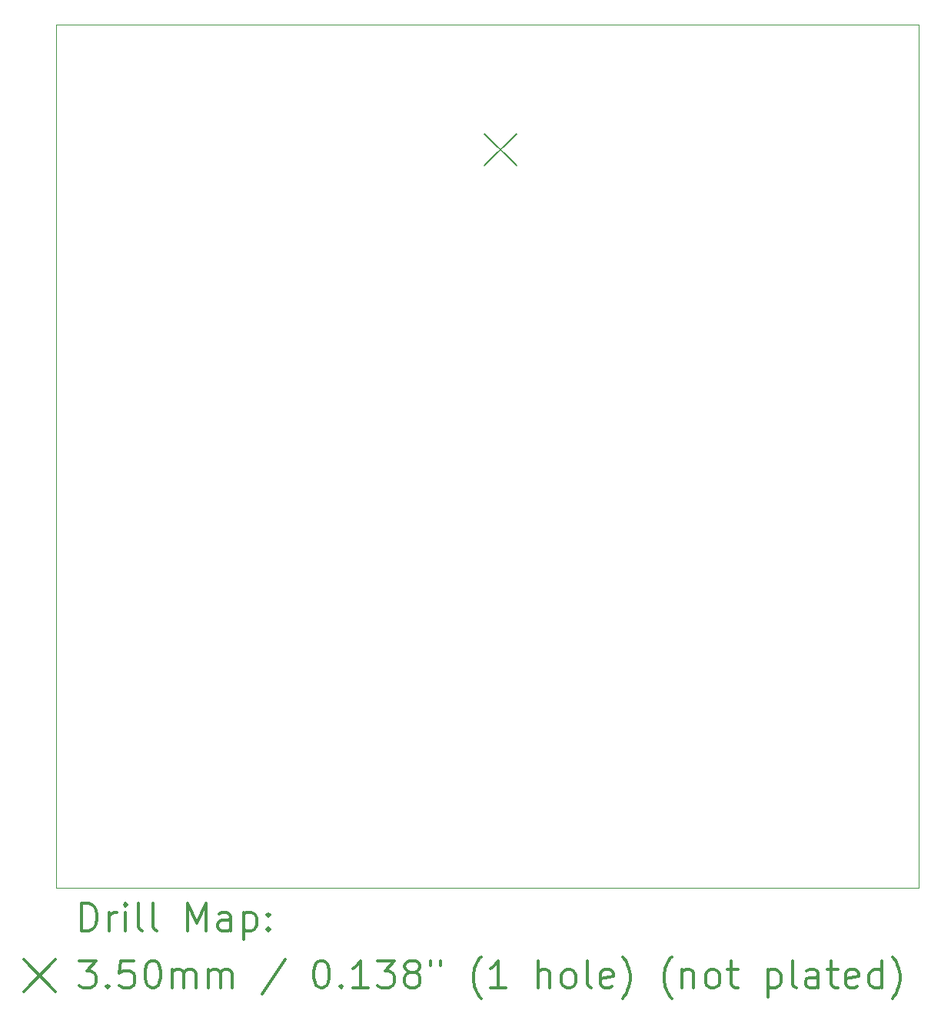
<source format=gbr>
%FSLAX45Y45*%
G04 Gerber Fmt 4.5, Leading zero omitted, Abs format (unit mm)*
G04 Created by KiCad (PCBNEW (5.1.5)-3) date 2020-09-27 11:43:20*
%MOMM*%
%LPD*%
G04 APERTURE LIST*
%TA.AperFunction,Profile*%
%ADD10C,0.050000*%
%TD*%
%ADD11C,0.200000*%
%ADD12C,0.300000*%
G04 APERTURE END LIST*
D10*
X1500124Y-11000232D02*
X11000000Y-11000000D01*
X11000000Y-11000000D02*
X11000000Y-1500000D01*
X11000000Y-1500000D02*
X1500000Y-1500000D01*
X1500000Y-11000000D02*
X1500000Y-1500000D01*
D11*
X6223884Y-2698632D02*
X6573884Y-3048632D01*
X6573884Y-2698632D02*
X6223884Y-3048632D01*
D12*
X1783928Y-11468446D02*
X1783928Y-11168446D01*
X1855357Y-11168446D01*
X1898214Y-11182732D01*
X1926786Y-11211303D01*
X1941071Y-11239875D01*
X1955357Y-11297018D01*
X1955357Y-11339875D01*
X1941071Y-11397018D01*
X1926786Y-11425589D01*
X1898214Y-11454161D01*
X1855357Y-11468446D01*
X1783928Y-11468446D01*
X2083928Y-11468446D02*
X2083928Y-11268446D01*
X2083928Y-11325589D02*
X2098214Y-11297018D01*
X2112500Y-11282732D01*
X2141071Y-11268446D01*
X2169643Y-11268446D01*
X2269643Y-11468446D02*
X2269643Y-11268446D01*
X2269643Y-11168446D02*
X2255357Y-11182732D01*
X2269643Y-11197018D01*
X2283928Y-11182732D01*
X2269643Y-11168446D01*
X2269643Y-11197018D01*
X2455357Y-11468446D02*
X2426786Y-11454161D01*
X2412500Y-11425589D01*
X2412500Y-11168446D01*
X2612500Y-11468446D02*
X2583928Y-11454161D01*
X2569643Y-11425589D01*
X2569643Y-11168446D01*
X2955357Y-11468446D02*
X2955357Y-11168446D01*
X3055357Y-11382732D01*
X3155357Y-11168446D01*
X3155357Y-11468446D01*
X3426786Y-11468446D02*
X3426786Y-11311303D01*
X3412500Y-11282732D01*
X3383928Y-11268446D01*
X3326786Y-11268446D01*
X3298214Y-11282732D01*
X3426786Y-11454161D02*
X3398214Y-11468446D01*
X3326786Y-11468446D01*
X3298214Y-11454161D01*
X3283928Y-11425589D01*
X3283928Y-11397018D01*
X3298214Y-11368446D01*
X3326786Y-11354161D01*
X3398214Y-11354161D01*
X3426786Y-11339875D01*
X3569643Y-11268446D02*
X3569643Y-11568446D01*
X3569643Y-11282732D02*
X3598214Y-11268446D01*
X3655357Y-11268446D01*
X3683928Y-11282732D01*
X3698214Y-11297018D01*
X3712500Y-11325589D01*
X3712500Y-11411303D01*
X3698214Y-11439875D01*
X3683928Y-11454161D01*
X3655357Y-11468446D01*
X3598214Y-11468446D01*
X3569643Y-11454161D01*
X3841071Y-11439875D02*
X3855357Y-11454161D01*
X3841071Y-11468446D01*
X3826786Y-11454161D01*
X3841071Y-11439875D01*
X3841071Y-11468446D01*
X3841071Y-11282732D02*
X3855357Y-11297018D01*
X3841071Y-11311303D01*
X3826786Y-11297018D01*
X3841071Y-11282732D01*
X3841071Y-11311303D01*
X1147500Y-11787732D02*
X1497500Y-12137732D01*
X1497500Y-11787732D02*
X1147500Y-12137732D01*
X1755357Y-11798446D02*
X1941071Y-11798446D01*
X1841071Y-11912732D01*
X1883928Y-11912732D01*
X1912500Y-11927018D01*
X1926786Y-11941303D01*
X1941071Y-11969875D01*
X1941071Y-12041303D01*
X1926786Y-12069875D01*
X1912500Y-12084161D01*
X1883928Y-12098446D01*
X1798214Y-12098446D01*
X1769643Y-12084161D01*
X1755357Y-12069875D01*
X2069643Y-12069875D02*
X2083928Y-12084161D01*
X2069643Y-12098446D01*
X2055357Y-12084161D01*
X2069643Y-12069875D01*
X2069643Y-12098446D01*
X2355357Y-11798446D02*
X2212500Y-11798446D01*
X2198214Y-11941303D01*
X2212500Y-11927018D01*
X2241071Y-11912732D01*
X2312500Y-11912732D01*
X2341071Y-11927018D01*
X2355357Y-11941303D01*
X2369643Y-11969875D01*
X2369643Y-12041303D01*
X2355357Y-12069875D01*
X2341071Y-12084161D01*
X2312500Y-12098446D01*
X2241071Y-12098446D01*
X2212500Y-12084161D01*
X2198214Y-12069875D01*
X2555357Y-11798446D02*
X2583928Y-11798446D01*
X2612500Y-11812732D01*
X2626786Y-11827018D01*
X2641071Y-11855589D01*
X2655357Y-11912732D01*
X2655357Y-11984161D01*
X2641071Y-12041303D01*
X2626786Y-12069875D01*
X2612500Y-12084161D01*
X2583928Y-12098446D01*
X2555357Y-12098446D01*
X2526786Y-12084161D01*
X2512500Y-12069875D01*
X2498214Y-12041303D01*
X2483928Y-11984161D01*
X2483928Y-11912732D01*
X2498214Y-11855589D01*
X2512500Y-11827018D01*
X2526786Y-11812732D01*
X2555357Y-11798446D01*
X2783928Y-12098446D02*
X2783928Y-11898446D01*
X2783928Y-11927018D02*
X2798214Y-11912732D01*
X2826786Y-11898446D01*
X2869643Y-11898446D01*
X2898214Y-11912732D01*
X2912500Y-11941303D01*
X2912500Y-12098446D01*
X2912500Y-11941303D02*
X2926786Y-11912732D01*
X2955357Y-11898446D01*
X2998214Y-11898446D01*
X3026786Y-11912732D01*
X3041071Y-11941303D01*
X3041071Y-12098446D01*
X3183928Y-12098446D02*
X3183928Y-11898446D01*
X3183928Y-11927018D02*
X3198214Y-11912732D01*
X3226786Y-11898446D01*
X3269643Y-11898446D01*
X3298214Y-11912732D01*
X3312500Y-11941303D01*
X3312500Y-12098446D01*
X3312500Y-11941303D02*
X3326786Y-11912732D01*
X3355357Y-11898446D01*
X3398214Y-11898446D01*
X3426786Y-11912732D01*
X3441071Y-11941303D01*
X3441071Y-12098446D01*
X4026786Y-11784161D02*
X3769643Y-12169875D01*
X4412500Y-11798446D02*
X4441071Y-11798446D01*
X4469643Y-11812732D01*
X4483928Y-11827018D01*
X4498214Y-11855589D01*
X4512500Y-11912732D01*
X4512500Y-11984161D01*
X4498214Y-12041303D01*
X4483928Y-12069875D01*
X4469643Y-12084161D01*
X4441071Y-12098446D01*
X4412500Y-12098446D01*
X4383928Y-12084161D01*
X4369643Y-12069875D01*
X4355357Y-12041303D01*
X4341071Y-11984161D01*
X4341071Y-11912732D01*
X4355357Y-11855589D01*
X4369643Y-11827018D01*
X4383928Y-11812732D01*
X4412500Y-11798446D01*
X4641071Y-12069875D02*
X4655357Y-12084161D01*
X4641071Y-12098446D01*
X4626786Y-12084161D01*
X4641071Y-12069875D01*
X4641071Y-12098446D01*
X4941071Y-12098446D02*
X4769643Y-12098446D01*
X4855357Y-12098446D02*
X4855357Y-11798446D01*
X4826786Y-11841303D01*
X4798214Y-11869875D01*
X4769643Y-11884161D01*
X5041071Y-11798446D02*
X5226786Y-11798446D01*
X5126786Y-11912732D01*
X5169643Y-11912732D01*
X5198214Y-11927018D01*
X5212500Y-11941303D01*
X5226786Y-11969875D01*
X5226786Y-12041303D01*
X5212500Y-12069875D01*
X5198214Y-12084161D01*
X5169643Y-12098446D01*
X5083928Y-12098446D01*
X5055357Y-12084161D01*
X5041071Y-12069875D01*
X5398214Y-11927018D02*
X5369643Y-11912732D01*
X5355357Y-11898446D01*
X5341071Y-11869875D01*
X5341071Y-11855589D01*
X5355357Y-11827018D01*
X5369643Y-11812732D01*
X5398214Y-11798446D01*
X5455357Y-11798446D01*
X5483928Y-11812732D01*
X5498214Y-11827018D01*
X5512500Y-11855589D01*
X5512500Y-11869875D01*
X5498214Y-11898446D01*
X5483928Y-11912732D01*
X5455357Y-11927018D01*
X5398214Y-11927018D01*
X5369643Y-11941303D01*
X5355357Y-11955589D01*
X5341071Y-11984161D01*
X5341071Y-12041303D01*
X5355357Y-12069875D01*
X5369643Y-12084161D01*
X5398214Y-12098446D01*
X5455357Y-12098446D01*
X5483928Y-12084161D01*
X5498214Y-12069875D01*
X5512500Y-12041303D01*
X5512500Y-11984161D01*
X5498214Y-11955589D01*
X5483928Y-11941303D01*
X5455357Y-11927018D01*
X5626786Y-11798446D02*
X5626786Y-11855589D01*
X5741071Y-11798446D02*
X5741071Y-11855589D01*
X6183928Y-12212732D02*
X6169643Y-12198446D01*
X6141071Y-12155589D01*
X6126786Y-12127018D01*
X6112500Y-12084161D01*
X6098214Y-12012732D01*
X6098214Y-11955589D01*
X6112500Y-11884161D01*
X6126786Y-11841303D01*
X6141071Y-11812732D01*
X6169643Y-11769875D01*
X6183928Y-11755589D01*
X6455357Y-12098446D02*
X6283928Y-12098446D01*
X6369643Y-12098446D02*
X6369643Y-11798446D01*
X6341071Y-11841303D01*
X6312500Y-11869875D01*
X6283928Y-11884161D01*
X6812500Y-12098446D02*
X6812500Y-11798446D01*
X6941071Y-12098446D02*
X6941071Y-11941303D01*
X6926786Y-11912732D01*
X6898214Y-11898446D01*
X6855357Y-11898446D01*
X6826786Y-11912732D01*
X6812500Y-11927018D01*
X7126786Y-12098446D02*
X7098214Y-12084161D01*
X7083928Y-12069875D01*
X7069643Y-12041303D01*
X7069643Y-11955589D01*
X7083928Y-11927018D01*
X7098214Y-11912732D01*
X7126786Y-11898446D01*
X7169643Y-11898446D01*
X7198214Y-11912732D01*
X7212500Y-11927018D01*
X7226786Y-11955589D01*
X7226786Y-12041303D01*
X7212500Y-12069875D01*
X7198214Y-12084161D01*
X7169643Y-12098446D01*
X7126786Y-12098446D01*
X7398214Y-12098446D02*
X7369643Y-12084161D01*
X7355357Y-12055589D01*
X7355357Y-11798446D01*
X7626786Y-12084161D02*
X7598214Y-12098446D01*
X7541071Y-12098446D01*
X7512500Y-12084161D01*
X7498214Y-12055589D01*
X7498214Y-11941303D01*
X7512500Y-11912732D01*
X7541071Y-11898446D01*
X7598214Y-11898446D01*
X7626786Y-11912732D01*
X7641071Y-11941303D01*
X7641071Y-11969875D01*
X7498214Y-11998446D01*
X7741071Y-12212732D02*
X7755357Y-12198446D01*
X7783928Y-12155589D01*
X7798214Y-12127018D01*
X7812500Y-12084161D01*
X7826786Y-12012732D01*
X7826786Y-11955589D01*
X7812500Y-11884161D01*
X7798214Y-11841303D01*
X7783928Y-11812732D01*
X7755357Y-11769875D01*
X7741071Y-11755589D01*
X8283928Y-12212732D02*
X8269643Y-12198446D01*
X8241071Y-12155589D01*
X8226786Y-12127018D01*
X8212500Y-12084161D01*
X8198214Y-12012732D01*
X8198214Y-11955589D01*
X8212500Y-11884161D01*
X8226786Y-11841303D01*
X8241071Y-11812732D01*
X8269643Y-11769875D01*
X8283928Y-11755589D01*
X8398214Y-11898446D02*
X8398214Y-12098446D01*
X8398214Y-11927018D02*
X8412500Y-11912732D01*
X8441071Y-11898446D01*
X8483928Y-11898446D01*
X8512500Y-11912732D01*
X8526786Y-11941303D01*
X8526786Y-12098446D01*
X8712500Y-12098446D02*
X8683928Y-12084161D01*
X8669643Y-12069875D01*
X8655357Y-12041303D01*
X8655357Y-11955589D01*
X8669643Y-11927018D01*
X8683928Y-11912732D01*
X8712500Y-11898446D01*
X8755357Y-11898446D01*
X8783928Y-11912732D01*
X8798214Y-11927018D01*
X8812500Y-11955589D01*
X8812500Y-12041303D01*
X8798214Y-12069875D01*
X8783928Y-12084161D01*
X8755357Y-12098446D01*
X8712500Y-12098446D01*
X8898214Y-11898446D02*
X9012500Y-11898446D01*
X8941071Y-11798446D02*
X8941071Y-12055589D01*
X8955357Y-12084161D01*
X8983928Y-12098446D01*
X9012500Y-12098446D01*
X9341071Y-11898446D02*
X9341071Y-12198446D01*
X9341071Y-11912732D02*
X9369643Y-11898446D01*
X9426786Y-11898446D01*
X9455357Y-11912732D01*
X9469643Y-11927018D01*
X9483928Y-11955589D01*
X9483928Y-12041303D01*
X9469643Y-12069875D01*
X9455357Y-12084161D01*
X9426786Y-12098446D01*
X9369643Y-12098446D01*
X9341071Y-12084161D01*
X9655357Y-12098446D02*
X9626786Y-12084161D01*
X9612500Y-12055589D01*
X9612500Y-11798446D01*
X9898214Y-12098446D02*
X9898214Y-11941303D01*
X9883928Y-11912732D01*
X9855357Y-11898446D01*
X9798214Y-11898446D01*
X9769643Y-11912732D01*
X9898214Y-12084161D02*
X9869643Y-12098446D01*
X9798214Y-12098446D01*
X9769643Y-12084161D01*
X9755357Y-12055589D01*
X9755357Y-12027018D01*
X9769643Y-11998446D01*
X9798214Y-11984161D01*
X9869643Y-11984161D01*
X9898214Y-11969875D01*
X9998214Y-11898446D02*
X10112500Y-11898446D01*
X10041071Y-11798446D02*
X10041071Y-12055589D01*
X10055357Y-12084161D01*
X10083928Y-12098446D01*
X10112500Y-12098446D01*
X10326786Y-12084161D02*
X10298214Y-12098446D01*
X10241071Y-12098446D01*
X10212500Y-12084161D01*
X10198214Y-12055589D01*
X10198214Y-11941303D01*
X10212500Y-11912732D01*
X10241071Y-11898446D01*
X10298214Y-11898446D01*
X10326786Y-11912732D01*
X10341071Y-11941303D01*
X10341071Y-11969875D01*
X10198214Y-11998446D01*
X10598214Y-12098446D02*
X10598214Y-11798446D01*
X10598214Y-12084161D02*
X10569643Y-12098446D01*
X10512500Y-12098446D01*
X10483928Y-12084161D01*
X10469643Y-12069875D01*
X10455357Y-12041303D01*
X10455357Y-11955589D01*
X10469643Y-11927018D01*
X10483928Y-11912732D01*
X10512500Y-11898446D01*
X10569643Y-11898446D01*
X10598214Y-11912732D01*
X10712500Y-12212732D02*
X10726786Y-12198446D01*
X10755357Y-12155589D01*
X10769643Y-12127018D01*
X10783928Y-12084161D01*
X10798214Y-12012732D01*
X10798214Y-11955589D01*
X10783928Y-11884161D01*
X10769643Y-11841303D01*
X10755357Y-11812732D01*
X10726786Y-11769875D01*
X10712500Y-11755589D01*
M02*

</source>
